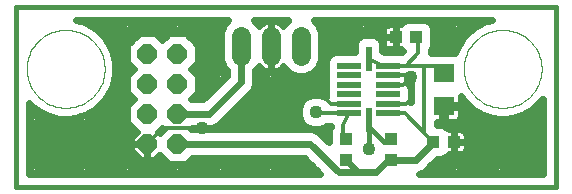
<source format=gtl>
G75*
%MOIN*%
%OFA0B0*%
%FSLAX24Y24*%
%IPPOS*%
%LPD*%
%AMOC8*
5,1,8,0,0,1.08239X$1,22.5*
%
%ADD10C,0.0160*%
%ADD11C,0.0000*%
%ADD12R,0.0433X0.0394*%
%ADD13R,0.0709X0.0630*%
%ADD14C,0.0640*%
%ADD15R,0.0836X0.0197*%
%ADD16R,0.0197X0.0836*%
%ADD17OC8,0.0640*%
%ADD18C,0.0240*%
%ADD19C,0.0120*%
%ADD20C,0.0436*%
D10*
X000220Y000220D02*
X000220Y006220D01*
X018220Y006220D01*
X018220Y000220D01*
X000220Y000220D01*
X011970Y001470D02*
X011970Y002446D01*
X011970Y002220D01*
X012470Y001720D01*
X012635Y001720D01*
X012720Y001805D01*
D11*
X015141Y004157D02*
X015143Y004229D01*
X015149Y004300D01*
X015159Y004371D01*
X015172Y004441D01*
X015190Y004510D01*
X015211Y004579D01*
X015236Y004646D01*
X015265Y004711D01*
X015298Y004775D01*
X015333Y004837D01*
X015373Y004897D01*
X015415Y004955D01*
X015460Y005010D01*
X015509Y005063D01*
X015560Y005113D01*
X015614Y005160D01*
X015671Y005204D01*
X015730Y005244D01*
X015790Y005282D01*
X015853Y005316D01*
X015918Y005347D01*
X015985Y005374D01*
X016052Y005397D01*
X016121Y005416D01*
X016191Y005432D01*
X016262Y005444D01*
X016333Y005452D01*
X016404Y005456D01*
X016476Y005456D01*
X016547Y005452D01*
X016618Y005444D01*
X016689Y005432D01*
X016759Y005416D01*
X016828Y005397D01*
X016895Y005374D01*
X016962Y005347D01*
X017027Y005316D01*
X017089Y005282D01*
X017150Y005244D01*
X017209Y005204D01*
X017266Y005160D01*
X017320Y005113D01*
X017371Y005063D01*
X017420Y005010D01*
X017465Y004955D01*
X017507Y004897D01*
X017547Y004837D01*
X017582Y004775D01*
X017615Y004711D01*
X017644Y004646D01*
X017669Y004579D01*
X017690Y004510D01*
X017708Y004441D01*
X017721Y004371D01*
X017731Y004300D01*
X017737Y004229D01*
X017739Y004157D01*
X017737Y004085D01*
X017731Y004014D01*
X017721Y003943D01*
X017708Y003873D01*
X017690Y003804D01*
X017669Y003735D01*
X017644Y003668D01*
X017615Y003603D01*
X017582Y003539D01*
X017547Y003477D01*
X017507Y003417D01*
X017465Y003359D01*
X017420Y003304D01*
X017371Y003251D01*
X017320Y003201D01*
X017266Y003154D01*
X017209Y003110D01*
X017150Y003070D01*
X017090Y003032D01*
X017027Y002998D01*
X016962Y002967D01*
X016895Y002940D01*
X016828Y002917D01*
X016759Y002898D01*
X016689Y002882D01*
X016618Y002870D01*
X016547Y002862D01*
X016476Y002858D01*
X016404Y002858D01*
X016333Y002862D01*
X016262Y002870D01*
X016191Y002882D01*
X016121Y002898D01*
X016052Y002917D01*
X015985Y002940D01*
X015918Y002967D01*
X015853Y002998D01*
X015790Y003032D01*
X015730Y003070D01*
X015671Y003110D01*
X015614Y003154D01*
X015560Y003201D01*
X015509Y003251D01*
X015460Y003304D01*
X015415Y003359D01*
X015373Y003417D01*
X015333Y003477D01*
X015298Y003539D01*
X015265Y003603D01*
X015236Y003668D01*
X015211Y003735D01*
X015190Y003804D01*
X015172Y003873D01*
X015159Y003943D01*
X015149Y004014D01*
X015143Y004085D01*
X015141Y004157D01*
X000575Y004157D02*
X000577Y004229D01*
X000583Y004300D01*
X000593Y004371D01*
X000606Y004441D01*
X000624Y004510D01*
X000645Y004579D01*
X000670Y004646D01*
X000699Y004711D01*
X000732Y004775D01*
X000767Y004837D01*
X000807Y004897D01*
X000849Y004955D01*
X000894Y005010D01*
X000943Y005063D01*
X000994Y005113D01*
X001048Y005160D01*
X001105Y005204D01*
X001164Y005244D01*
X001224Y005282D01*
X001287Y005316D01*
X001352Y005347D01*
X001419Y005374D01*
X001486Y005397D01*
X001555Y005416D01*
X001625Y005432D01*
X001696Y005444D01*
X001767Y005452D01*
X001838Y005456D01*
X001910Y005456D01*
X001981Y005452D01*
X002052Y005444D01*
X002123Y005432D01*
X002193Y005416D01*
X002262Y005397D01*
X002329Y005374D01*
X002396Y005347D01*
X002461Y005316D01*
X002523Y005282D01*
X002584Y005244D01*
X002643Y005204D01*
X002700Y005160D01*
X002754Y005113D01*
X002805Y005063D01*
X002854Y005010D01*
X002899Y004955D01*
X002941Y004897D01*
X002981Y004837D01*
X003016Y004775D01*
X003049Y004711D01*
X003078Y004646D01*
X003103Y004579D01*
X003124Y004510D01*
X003142Y004441D01*
X003155Y004371D01*
X003165Y004300D01*
X003171Y004229D01*
X003173Y004157D01*
X003171Y004085D01*
X003165Y004014D01*
X003155Y003943D01*
X003142Y003873D01*
X003124Y003804D01*
X003103Y003735D01*
X003078Y003668D01*
X003049Y003603D01*
X003016Y003539D01*
X002981Y003477D01*
X002941Y003417D01*
X002899Y003359D01*
X002854Y003304D01*
X002805Y003251D01*
X002754Y003201D01*
X002700Y003154D01*
X002643Y003110D01*
X002584Y003070D01*
X002524Y003032D01*
X002461Y002998D01*
X002396Y002967D01*
X002329Y002940D01*
X002262Y002917D01*
X002193Y002898D01*
X002123Y002882D01*
X002052Y002870D01*
X001981Y002862D01*
X001910Y002858D01*
X001838Y002858D01*
X001767Y002862D01*
X001696Y002870D01*
X001625Y002882D01*
X001555Y002898D01*
X001486Y002917D01*
X001419Y002940D01*
X001352Y002967D01*
X001287Y002998D01*
X001224Y003032D01*
X001164Y003070D01*
X001105Y003110D01*
X001048Y003154D01*
X000994Y003201D01*
X000943Y003251D01*
X000894Y003304D01*
X000849Y003359D01*
X000807Y003417D01*
X000767Y003477D01*
X000732Y003539D01*
X000699Y003603D01*
X000670Y003668D01*
X000645Y003735D01*
X000624Y003804D01*
X000606Y003873D01*
X000593Y003943D01*
X000583Y004014D01*
X000577Y004085D01*
X000575Y004157D01*
D12*
X011220Y001805D03*
X012720Y001805D03*
X014135Y001720D03*
X014805Y001720D03*
X012720Y001135D03*
X011220Y001135D03*
X012885Y005220D03*
X013555Y005220D03*
D13*
X014470Y004021D03*
X014470Y002919D03*
D14*
X009720Y004597D02*
X009720Y005237D01*
X008720Y005237D02*
X008720Y004597D01*
X007720Y004597D02*
X007720Y005237D01*
D15*
X011328Y004257D03*
X011325Y003942D03*
X011325Y003627D03*
X011325Y003313D03*
X011325Y002998D03*
X011325Y002683D03*
X012615Y002683D03*
X012615Y002998D03*
X012615Y003313D03*
X012615Y003627D03*
X012615Y003942D03*
X012615Y004257D03*
D16*
X011970Y004494D03*
X011970Y002446D03*
D17*
X005602Y002661D03*
X004602Y002661D03*
X004602Y003661D03*
X005602Y003661D03*
X005602Y004661D03*
X004602Y004661D03*
X004602Y001661D03*
X005602Y001661D03*
D18*
X010029Y001661D01*
X010970Y000720D01*
X011635Y000720D01*
X012220Y000720D01*
X012635Y001135D01*
X012720Y001135D01*
X013551Y001135D01*
X014135Y001720D01*
X014805Y001720D02*
X014805Y002137D01*
X014805Y001720D01*
X015241Y001720D01*
X015241Y001946D01*
X015226Y002002D01*
X015197Y002052D01*
X015156Y002093D01*
X015106Y002122D01*
X015050Y002137D01*
X014805Y002137D01*
X014641Y002137D01*
X014556Y002222D01*
X014423Y002277D01*
X014240Y002277D01*
X014240Y002384D01*
X014433Y002384D01*
X014433Y002881D01*
X014507Y002881D01*
X014507Y002384D01*
X014853Y002384D01*
X014909Y002399D01*
X014959Y002428D01*
X015000Y002469D01*
X015029Y002519D01*
X015044Y002575D01*
X015044Y002881D01*
X014507Y002881D01*
X014507Y002956D01*
X015044Y002956D01*
X015044Y003257D01*
X015113Y003138D01*
X015422Y002829D01*
X015800Y002611D01*
X016222Y002498D01*
X016659Y002498D01*
X017081Y002611D01*
X017459Y002829D01*
X017768Y003138D01*
X017780Y003159D01*
X017780Y000660D01*
X013657Y000660D01*
X013823Y000728D01*
X014257Y001163D01*
X014423Y001163D01*
X014556Y001218D01*
X014641Y001303D01*
X014805Y001303D01*
X015050Y001303D01*
X015106Y001318D01*
X015156Y001347D01*
X015197Y001388D01*
X015226Y001438D01*
X015241Y001494D01*
X015241Y001720D01*
X014805Y001720D01*
X014805Y001720D01*
X014805Y001720D01*
X014805Y001303D01*
X014805Y001720D01*
X014805Y001720D01*
X014805Y001651D02*
X014805Y001651D01*
X015007Y001720D02*
X015007Y001720D01*
X015241Y001651D02*
X017780Y001651D01*
X017780Y001413D02*
X015211Y001413D01*
X015007Y001303D02*
X015007Y000660D01*
X014769Y000660D02*
X014769Y001303D01*
X014805Y001413D02*
X014805Y001413D01*
X014530Y001207D02*
X014530Y000660D01*
X014292Y000660D02*
X014292Y001163D01*
X014450Y001174D02*
X017780Y001174D01*
X017780Y000936D02*
X014030Y000936D01*
X014053Y000959D02*
X014053Y000660D01*
X013815Y000660D02*
X013815Y000725D01*
X013747Y000697D02*
X017780Y000697D01*
X017631Y000660D02*
X017631Y003001D01*
X017712Y003082D02*
X017780Y003082D01*
X017780Y002844D02*
X017473Y002844D01*
X017392Y002790D02*
X017392Y000660D01*
X017154Y000660D02*
X017154Y002653D01*
X017059Y002605D02*
X017780Y002605D01*
X017780Y002367D02*
X014240Y002367D01*
X014292Y002384D02*
X014292Y002277D01*
X014530Y002233D02*
X014530Y002384D01*
X014769Y002384D02*
X014769Y002137D01*
X014805Y002128D02*
X014805Y002128D01*
X015007Y002137D02*
X015007Y002480D01*
X015044Y002605D02*
X015822Y002605D01*
X015723Y002656D02*
X015723Y000660D01*
X015961Y000660D02*
X015961Y002568D01*
X016200Y002504D02*
X016200Y000660D01*
X016438Y000660D02*
X016438Y002498D01*
X016677Y002503D02*
X016677Y000660D01*
X016915Y000660D02*
X016915Y002566D01*
X017780Y002128D02*
X015083Y002128D01*
X015241Y001890D02*
X017780Y001890D01*
X015484Y002793D02*
X015484Y000660D01*
X015246Y000660D02*
X015246Y003005D01*
X015169Y003082D02*
X015044Y003082D01*
X015007Y002956D02*
X015007Y002881D01*
X015044Y002844D02*
X015407Y002844D01*
X014769Y002881D02*
X014769Y002956D01*
X014530Y002956D02*
X014530Y002881D01*
X014507Y002844D02*
X014433Y002844D01*
X014433Y002605D02*
X014507Y002605D01*
X013400Y003043D02*
X013359Y003060D01*
X013393Y003142D01*
X013393Y003483D01*
X013338Y003615D01*
X013253Y003700D01*
X013253Y003755D01*
X013245Y003785D01*
X013253Y003815D01*
X013253Y003837D01*
X013400Y003837D01*
X013400Y003043D01*
X013400Y003082D02*
X013368Y003082D01*
X013393Y003321D02*
X013400Y003321D01*
X013400Y003559D02*
X013361Y003559D01*
X013338Y003616D02*
X013338Y003837D01*
X013400Y003798D02*
X013248Y003798D01*
X014055Y004696D02*
X014055Y004798D01*
X014076Y004819D01*
X014131Y004952D01*
X014131Y005488D01*
X014076Y005621D01*
X013975Y005722D01*
X013843Y005777D01*
X013267Y005777D01*
X013134Y005722D01*
X013049Y005637D01*
X012885Y005637D01*
X012640Y005637D01*
X012584Y005622D01*
X012534Y005593D01*
X012493Y005552D01*
X012464Y005502D01*
X012449Y005446D01*
X012449Y005220D01*
X012449Y004994D01*
X012464Y004938D01*
X012493Y004888D01*
X012534Y004847D01*
X012584Y004818D01*
X012640Y004803D01*
X012885Y004803D01*
X012885Y005220D01*
X012449Y005220D01*
X012885Y005220D01*
X012885Y005220D01*
X012885Y005637D01*
X012885Y005220D01*
X012885Y005220D01*
X012885Y005220D01*
X012885Y004803D01*
X013049Y004803D01*
X013110Y004742D01*
X013084Y004716D01*
X012477Y004716D01*
X012428Y004739D01*
X012428Y004983D01*
X012374Y005116D01*
X012272Y005217D01*
X012140Y005272D01*
X011800Y005272D01*
X011668Y005217D01*
X011668Y005780D01*
X011907Y005780D02*
X011907Y005272D01*
X011696Y005229D02*
X010400Y005229D01*
X010400Y005372D02*
X010296Y005622D01*
X010139Y005780D01*
X016087Y005780D01*
X015800Y005703D01*
X015422Y005485D01*
X015113Y005176D01*
X014894Y004797D01*
X014867Y004696D01*
X014055Y004696D01*
X014055Y004752D02*
X014882Y004752D01*
X014769Y004696D02*
X014769Y005780D01*
X015007Y005780D02*
X015007Y004993D01*
X015006Y004990D02*
X014131Y004990D01*
X014131Y005229D02*
X015165Y005229D01*
X015246Y005309D02*
X015246Y005780D01*
X015484Y005780D02*
X015484Y005521D01*
X015404Y005467D02*
X014131Y005467D01*
X014053Y005644D02*
X014053Y005780D01*
X013992Y005706D02*
X015809Y005706D01*
X015723Y005658D02*
X015723Y005780D01*
X015961Y005780D02*
X015961Y005746D01*
X014530Y005780D02*
X014530Y004696D01*
X014292Y004696D02*
X014292Y005780D01*
X013815Y005777D02*
X013815Y005780D01*
X013576Y005777D02*
X013576Y005780D01*
X013338Y005777D02*
X013338Y005780D01*
X013118Y005706D02*
X010213Y005706D01*
X010237Y005682D02*
X010237Y005780D01*
X010476Y005780D02*
X010476Y003240D01*
X010547Y003210D02*
X010335Y003298D01*
X010105Y003298D01*
X009893Y003210D01*
X009730Y003047D01*
X009642Y002835D01*
X009642Y002605D01*
X007284Y002605D01*
X007375Y002696D02*
X007375Y002141D01*
X007170Y002170D02*
X006420Y002170D01*
X006421Y002181D02*
X006421Y002141D01*
X006183Y002141D02*
X006183Y002181D01*
X006084Y002181D02*
X006756Y002181D01*
X006933Y002254D01*
X007992Y003313D01*
X008127Y003448D01*
X008200Y003625D01*
X008200Y004115D01*
X008296Y004212D01*
X008310Y004244D01*
X008368Y004185D01*
X008437Y004135D01*
X008513Y004096D01*
X008594Y004070D01*
X008678Y004057D01*
X008720Y004057D01*
X008762Y004057D01*
X008846Y004070D01*
X008927Y004096D01*
X009003Y004135D01*
X009072Y004185D01*
X009130Y004244D01*
X009144Y004212D01*
X009335Y004020D01*
X009585Y003917D01*
X009855Y003917D01*
X010105Y004020D01*
X010296Y004212D01*
X010400Y004462D01*
X010400Y005372D01*
X010361Y005467D02*
X012454Y005467D01*
X012885Y005467D02*
X012885Y005467D01*
X012861Y005637D02*
X012861Y005780D01*
X012622Y005780D02*
X012622Y005632D01*
X012384Y005780D02*
X012384Y005092D01*
X012426Y004990D02*
X012450Y004990D01*
X012885Y004990D02*
X012885Y004990D01*
X012861Y004803D02*
X012861Y004716D01*
X012622Y004716D02*
X012622Y004808D01*
X012428Y004752D02*
X013101Y004752D01*
X013099Y004753D02*
X013099Y004730D01*
X012885Y005229D02*
X012885Y005229D01*
X012861Y005220D02*
X012861Y005220D01*
X012622Y005220D02*
X012622Y005220D01*
X012449Y005229D02*
X012244Y005229D01*
X012145Y005270D02*
X012145Y005780D01*
X011430Y005780D02*
X011430Y004716D01*
X011512Y004716D02*
X010838Y004716D01*
X010706Y004661D01*
X010605Y004560D01*
X010550Y004427D01*
X010550Y004120D01*
X010547Y004112D01*
X010547Y003210D01*
X010547Y003321D02*
X007999Y003321D01*
X008091Y003412D02*
X008091Y002141D01*
X007852Y002141D02*
X007852Y003173D01*
X007761Y003082D02*
X009764Y003082D01*
X009760Y003078D02*
X009760Y003917D01*
X009522Y003943D02*
X009522Y002141D01*
X009760Y002141D02*
X009760Y002362D01*
X009756Y002367D02*
X007045Y002367D01*
X007137Y002458D02*
X007137Y002141D01*
X007170Y002170D02*
X007470Y002470D01*
X008720Y002470D01*
X008806Y002141D02*
X008806Y004064D01*
X008720Y004057D02*
X008720Y004917D01*
X008720Y005777D01*
X008720Y004917D01*
X008720Y004917D01*
X008720Y004917D01*
X008720Y004057D01*
X008568Y004079D02*
X008568Y002141D01*
X008329Y002141D02*
X008329Y004224D01*
X008720Y004275D02*
X008720Y004275D01*
X009045Y004165D02*
X009045Y002141D01*
X009283Y002141D02*
X009283Y004072D01*
X009319Y004036D02*
X008200Y004036D01*
X008200Y003798D02*
X010547Y003798D01*
X010547Y003559D02*
X008173Y003559D01*
X007720Y003720D02*
X007720Y004917D01*
X007040Y004990D02*
X006234Y004990D01*
X006282Y004943D02*
X005884Y005341D01*
X005320Y005341D01*
X005102Y005123D01*
X004884Y005341D01*
X004320Y005341D01*
X003922Y004943D01*
X003922Y004379D01*
X004140Y004161D01*
X003922Y003943D01*
X003922Y003379D01*
X004140Y003161D01*
X003922Y002943D01*
X003922Y002379D01*
X004239Y002062D01*
X004062Y001885D01*
X004062Y001661D01*
X004602Y001661D01*
X004602Y001121D01*
X004826Y001121D01*
X005003Y001298D01*
X005320Y000981D01*
X005884Y000981D01*
X006084Y001181D01*
X009830Y001181D01*
X010351Y000660D01*
X000660Y000660D01*
X000660Y003024D01*
X000855Y002829D01*
X001233Y002611D01*
X001655Y002498D01*
X002092Y002498D01*
X002514Y002611D01*
X002892Y002829D01*
X003201Y003138D01*
X003420Y003517D01*
X003533Y003939D01*
X003533Y004375D01*
X003420Y004797D01*
X003201Y005176D01*
X002892Y005485D01*
X002514Y005703D01*
X002227Y005780D01*
X007301Y005780D01*
X007144Y005622D01*
X007040Y005372D01*
X007040Y004462D01*
X007144Y004212D01*
X007240Y004115D01*
X007240Y003919D01*
X006462Y003141D01*
X006084Y003141D01*
X006064Y003161D01*
X006282Y003379D01*
X006282Y003943D01*
X006064Y004161D01*
X006282Y004379D01*
X006282Y004943D01*
X006183Y005042D02*
X006183Y005780D01*
X006421Y005780D02*
X006421Y003141D01*
X006183Y003141D02*
X006183Y003280D01*
X006223Y003321D02*
X006642Y003321D01*
X006660Y003338D02*
X006660Y005780D01*
X006898Y005780D02*
X006898Y003577D01*
X006880Y003559D02*
X006282Y003559D01*
X006282Y003798D02*
X007119Y003798D01*
X007137Y003815D02*
X007137Y004229D01*
X007117Y004275D02*
X006177Y004275D01*
X006183Y004280D02*
X006183Y004042D01*
X006188Y004036D02*
X007240Y004036D01*
X007720Y003720D02*
X006661Y002661D01*
X005602Y002661D01*
X005102Y002199D02*
X005140Y002161D01*
X005003Y002024D01*
X004965Y002062D01*
X005102Y002199D01*
X005107Y002128D02*
X005031Y002128D01*
X004990Y002087D02*
X004990Y002037D01*
X004173Y002128D02*
X000660Y002128D01*
X000660Y002367D02*
X003935Y002367D01*
X004036Y002265D02*
X004036Y000660D01*
X003798Y000660D02*
X003798Y005780D01*
X004036Y005780D02*
X004036Y005057D01*
X003969Y004990D02*
X003309Y004990D01*
X003321Y004969D02*
X003321Y005780D01*
X003559Y005780D02*
X003559Y000660D01*
X003321Y000660D02*
X003321Y003345D01*
X003306Y003321D02*
X003981Y003321D01*
X004036Y003265D02*
X004036Y003057D01*
X004061Y003082D02*
X003145Y003082D01*
X003082Y003019D02*
X003082Y000660D01*
X002844Y000660D02*
X002844Y002801D01*
X002907Y002844D02*
X003922Y002844D01*
X003922Y002605D02*
X002492Y002605D01*
X002605Y002663D02*
X002605Y000660D01*
X002367Y000660D02*
X002367Y002571D01*
X002128Y002507D02*
X002128Y000660D01*
X001890Y000660D02*
X001890Y002498D01*
X001651Y002499D02*
X001651Y000660D01*
X001413Y000660D02*
X001413Y002563D01*
X001255Y002605D02*
X000660Y002605D01*
X000936Y002783D02*
X000936Y000660D01*
X001174Y000660D02*
X001174Y002645D01*
X000841Y002844D02*
X000660Y002844D01*
X000697Y002987D02*
X000697Y000660D01*
X000660Y000697D02*
X010314Y000697D01*
X010237Y000660D02*
X010237Y000774D01*
X010076Y000936D02*
X000660Y000936D01*
X000660Y001174D02*
X004325Y001174D01*
X004275Y001225D02*
X004275Y000660D01*
X004513Y000660D02*
X004513Y001121D01*
X004602Y001121D02*
X004602Y001661D01*
X004602Y001661D01*
X004602Y001661D01*
X004062Y001661D01*
X004062Y001437D01*
X004378Y001121D01*
X004602Y001121D01*
X004602Y001174D02*
X004602Y001174D01*
X004752Y001121D02*
X004752Y000660D01*
X004990Y000660D02*
X004990Y001285D01*
X004879Y001174D02*
X005127Y001174D01*
X005229Y001073D02*
X005229Y000660D01*
X005467Y000660D02*
X005467Y000981D01*
X005706Y000981D02*
X005706Y000660D01*
X005944Y000660D02*
X005944Y001041D01*
X006077Y001174D02*
X009837Y001174D01*
X009760Y001181D02*
X009760Y000660D01*
X009522Y000660D02*
X009522Y001181D01*
X009283Y001181D02*
X009283Y000660D01*
X009045Y000660D02*
X009045Y001181D01*
X008806Y001181D02*
X008806Y000660D01*
X008568Y000660D02*
X008568Y001181D01*
X008329Y001181D02*
X008329Y000660D01*
X008091Y000660D02*
X008091Y001181D01*
X007852Y001181D02*
X007852Y000660D01*
X007614Y000660D02*
X007614Y001181D01*
X007375Y001181D02*
X007375Y000660D01*
X007137Y000660D02*
X007137Y001181D01*
X006898Y001181D02*
X006898Y000660D01*
X006660Y000660D02*
X006660Y001181D01*
X006421Y001181D02*
X006421Y000660D01*
X006183Y000660D02*
X006183Y001181D01*
X004602Y001413D02*
X004602Y001413D01*
X004087Y001413D02*
X000660Y001413D01*
X000660Y001651D02*
X004062Y001651D01*
X004275Y001661D02*
X004275Y001661D01*
X004513Y001661D02*
X004513Y001661D01*
X004602Y001651D02*
X004602Y001651D01*
X004067Y001890D02*
X000660Y001890D01*
X003431Y003559D02*
X003922Y003559D01*
X003922Y003798D02*
X003495Y003798D01*
X003533Y004036D02*
X004015Y004036D01*
X004036Y004057D02*
X004036Y004265D01*
X004027Y004275D02*
X003533Y004275D01*
X003496Y004513D02*
X003922Y004513D01*
X003922Y004752D02*
X003432Y004752D01*
X003149Y005229D02*
X004208Y005229D01*
X004275Y005295D02*
X004275Y005780D01*
X004513Y005780D02*
X004513Y005341D01*
X004752Y005341D02*
X004752Y005780D01*
X004990Y005780D02*
X004990Y005234D01*
X004996Y005229D02*
X005208Y005229D01*
X005229Y005249D02*
X005229Y005780D01*
X005467Y005780D02*
X005467Y005341D01*
X005706Y005341D02*
X005706Y005780D01*
X005944Y005780D02*
X005944Y005280D01*
X005996Y005229D02*
X007040Y005229D01*
X007079Y005467D02*
X002910Y005467D01*
X002844Y005513D02*
X002844Y005780D01*
X003082Y005780D02*
X003082Y005295D01*
X002605Y005651D02*
X002605Y005780D01*
X002505Y005706D02*
X007227Y005706D01*
X007137Y005780D02*
X007137Y005605D01*
X008139Y005780D02*
X008296Y005622D01*
X008310Y005590D01*
X008368Y005649D01*
X008437Y005699D01*
X008513Y005737D01*
X008594Y005764D01*
X008678Y005777D01*
X008720Y005777D01*
X008762Y005777D01*
X008846Y005764D01*
X008927Y005737D01*
X009003Y005699D01*
X009072Y005649D01*
X009130Y005590D01*
X009144Y005622D01*
X009301Y005780D01*
X008139Y005780D01*
X008213Y005706D02*
X008450Y005706D01*
X008568Y005755D02*
X008568Y005780D01*
X008720Y005706D02*
X008720Y005706D01*
X008806Y005770D02*
X008806Y005780D01*
X008990Y005706D02*
X009227Y005706D01*
X009283Y005762D02*
X009283Y005780D01*
X009045Y005780D02*
X009045Y005669D01*
X008720Y005467D02*
X008720Y005467D01*
X008720Y005229D02*
X008720Y005229D01*
X008720Y004990D02*
X008720Y004990D01*
X008720Y004752D02*
X008720Y004752D01*
X008720Y004513D02*
X008720Y004513D01*
X010121Y004036D02*
X010547Y004036D01*
X010237Y004152D02*
X010237Y003298D01*
X009999Y003254D02*
X009999Y003976D01*
X010323Y004275D02*
X010550Y004275D01*
X010585Y004513D02*
X010400Y004513D01*
X010714Y004664D02*
X010714Y005780D01*
X010953Y005780D02*
X010953Y004716D01*
X011191Y004716D02*
X011191Y005780D01*
X011668Y005217D02*
X011566Y005116D01*
X011512Y004983D01*
X011512Y004716D01*
X011512Y004752D02*
X010400Y004752D01*
X010400Y004990D02*
X011514Y004990D01*
X013099Y005687D02*
X013099Y005780D01*
X008329Y005780D02*
X008329Y005610D01*
X007040Y004752D02*
X006282Y004752D01*
X006282Y004513D02*
X007040Y004513D01*
X007614Y002935D02*
X007614Y002141D01*
X006898Y002141D02*
X006898Y002240D01*
X006660Y002181D02*
X006660Y002141D01*
X006084Y002141D02*
X006064Y002161D01*
X006084Y002181D01*
X006084Y002141D02*
X010125Y002141D01*
X010301Y002068D01*
X010643Y001725D01*
X010643Y002073D01*
X010698Y002205D01*
X010715Y002223D01*
X010715Y002226D01*
X010711Y002239D01*
X010712Y002250D01*
X010568Y002250D01*
X010547Y002230D01*
X010335Y002142D01*
X010105Y002142D01*
X009893Y002230D01*
X009730Y002393D01*
X009642Y002605D01*
X009645Y002844D02*
X007522Y002844D01*
X009999Y002186D02*
X009999Y002141D01*
X010156Y002128D02*
X010666Y002128D01*
X010714Y002221D02*
X010714Y002230D01*
X010476Y002200D02*
X010476Y001893D01*
X010479Y001890D02*
X010643Y001890D01*
X010237Y002094D02*
X010237Y002142D01*
X011220Y001135D02*
X011635Y000720D01*
X009999Y000660D02*
X009999Y001013D01*
X014805Y001890D02*
X014805Y001890D01*
X002367Y005743D02*
X002367Y005780D01*
D19*
X010220Y003820D02*
X010220Y003470D01*
X010720Y002970D01*
X011298Y002970D01*
X011325Y002998D01*
X011499Y003020D01*
X011509Y002670D02*
X011325Y002683D01*
X011135Y002296D01*
X011135Y001805D01*
X011220Y001805D01*
X011509Y002670D02*
X010270Y002670D01*
X010220Y002720D01*
X012615Y002683D02*
X013173Y002683D01*
X013820Y002035D01*
X014135Y001720D01*
X013820Y002035D02*
X013820Y004257D01*
X014183Y004257D01*
X014220Y004220D01*
X014470Y004021D01*
X013820Y004257D02*
X013220Y004257D01*
X012615Y004257D01*
X012379Y004297D01*
X011970Y004494D01*
X013220Y004257D02*
X013635Y004673D01*
X013635Y005139D01*
X013555Y005220D01*
X013298Y003942D02*
X012615Y003942D01*
X013127Y003627D02*
X013370Y003870D01*
X013370Y003120D01*
X013220Y002970D01*
X012642Y002970D01*
X012615Y002998D01*
X012615Y003627D02*
X013127Y003627D01*
X013370Y003870D02*
X013298Y003942D01*
X010270Y003870D02*
X010220Y003820D01*
X006420Y002170D02*
X005111Y002170D01*
X004602Y001661D01*
D20*
X003420Y001720D03*
X002420Y001720D03*
X006420Y002170D03*
X010220Y002720D03*
X010270Y003870D03*
X013370Y003870D03*
X011020Y005220D03*
X015770Y002220D03*
X015770Y001470D03*
X011970Y001470D03*
M02*

</source>
